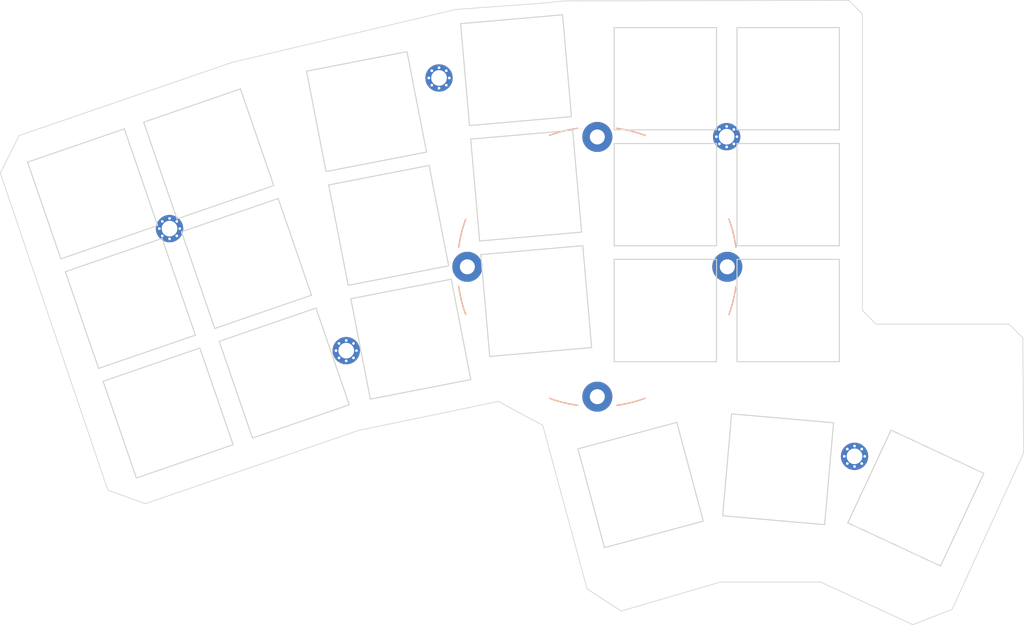
<source format=kicad_pcb>
(kicad_pcb (version 20211014) (generator pcbnew)
  (title_block (title "Mankoffskey"))
  (layers (0 "F.Cu" signal) (31 "B.Cu" signal) (34 "B.Paste" user) (35 "F.Paste" user) (36 "B.SilkS" user "B.Silkscreen") (37 "F.SilkS" user "F.Silkscreen") (38 "B.Mask" user) (39 "F.Mask" user) (44 "Edge.Cuts" user))
  (net 0 "")
  (footprint "smores:switch-cutout" (layer "F.Cu") (at 146.191488 94.611708 5)
    (fp_text reference "SW12" hide)
    (fp_text value "SW_Push" hide)
    (fp_line (start -7.5 7.5) (end -7.5 -7.5) (layer "Edge.Cuts") (width 0.15))
    (fp_line (start -7.5 -7.5) (end 7.5 -7.5) (layer "Edge.Cuts") (width 0.15))
    (fp_line (start 7.5 7.5) (end -7.5 7.5) (layer "Edge.Cuts") (width 0.15))
    (fp_line (start 7.5 -7.5) (end 7.5 7.5) (layer "Edge.Cuts") (width 0.15))
  )
  (footprint "smores:switch-cutout" (layer "F.Cu") (at 81.164329 78.885322 19)
    (fp_text reference "SW1" hide)
    (fp_text value "SW_Push" hide)
    (fp_line (start 7.5 -7.5) (end 7.5 7.5) (layer "Edge.Cuts") (width 0.15))
    (fp_line (start -7.5 7.5) (end -7.5 -7.5) (layer "Edge.Cuts") (width 0.15))
    (fp_line (start -7.5 -7.5) (end 7.5 -7.5) (layer "Edge.Cuts") (width 0.15))
    (fp_line (start 7.5 7.5) (end -7.5 7.5) (layer "Edge.Cuts") (width 0.15))
  )
  (footprint "smores:switch-cutout" (layer "F.Cu") (at 201.820232 123.512001 65)
    (fp_text reference "SW21" hide)
    (fp_text value "SW_Push" hide)
    (fp_line (start -7.5 7.5) (end -7.5 -7.5) (layer "Edge.Cuts") (width 0.15))
    (fp_line (start -7.5 -7.5) (end 7.5 -7.5) (layer "Edge.Cuts") (width 0.15))
    (fp_line (start 7.5 7.5) (end -7.5 7.5) (layer "Edge.Cuts") (width 0.15))
    (fp_line (start 7.5 -7.5) (end 7.5 7.5) (layer "Edge.Cuts") (width 0.15))
  )
  (footprint "smores:switch-cutout" (layer "F.Cu") (at 124.559035 83.511247 11)
    (fp_text reference "SW8" hide)
    (fp_text value "SW_Push" hide)
    (fp_line (start 7.5 7.5) (end -7.5 7.5) (layer "Edge.Cuts") (width 0.15))
    (fp_line (start -7.5 7.5) (end -7.5 -7.5) (layer "Edge.Cuts") (width 0.15))
    (fp_line (start -7.5 -7.5) (end 7.5 -7.5) (layer "Edge.Cuts") (width 0.15))
    (fp_line (start 7.5 -7.5) (end 7.5 7.5) (layer "Edge.Cuts") (width 0.15))
  )
  (footprint "smores:switch-cutout" (layer "F.Cu") (at 181.642671 119.287203 -5)
    (fp_text reference "SW20" hide)
    (fp_text value "SW_Push" hide)
    (fp_line (start 7.5 -7.5) (end 7.5 7.5) (layer "Edge.Cuts") (width 0.15))
    (fp_line (start 7.5 7.5) (end -7.5 7.5) (layer "Edge.Cuts") (width 0.15))
    (fp_line (start -7.5 7.5) (end -7.5 -7.5) (layer "Edge.Cuts") (width 0.15))
    (fp_line (start -7.5 -7.5) (end 7.5 -7.5) (layer "Edge.Cuts") (width 0.15))
  )
  (footprint "smores:switch-cutout" (layer "F.Cu") (at 183.118322 78.998909)
    (fp_text reference "SW17" hide)
    (fp_text value "SW_Push" hide)
    (fp_line (start -7.5 7.5) (end -7.5 -7.5) (layer "Edge.Cuts") (width 0.15))
    (fp_line (start -7.5 -7.5) (end 7.5 -7.5) (layer "Edge.Cuts") (width 0.15))
    (fp_line (start 7.5 7.5) (end -7.5 7.5) (layer "Edge.Cuts") (width 0.15))
    (fp_line (start 7.5 -7.5) (end 7.5 7.5) (layer "Edge.Cuts") (width 0.15))
  )
  (footprint "smores:switch-cutout" (layer "F.Cu") (at 98.183664 73.025094 19)
    (fp_text reference "SW4" hide)
    (fp_text value "SW_Push" hide)
    (fp_line (start -7.5 -7.5) (end 7.5 -7.5) (layer "Edge.Cuts") (width 0.15))
    (fp_line (start 7.5 7.5) (end -7.5 7.5) (layer "Edge.Cuts") (width 0.15))
    (fp_line (start -7.5 7.5) (end -7.5 -7.5) (layer "Edge.Cuts") (width 0.15))
    (fp_line (start 7.5 -7.5) (end 7.5 7.5) (layer "Edge.Cuts") (width 0.15))
  )
  (footprint "smores:switch-cutout" (layer "F.Cu") (at 103.718322 89.098908 19)
    (fp_text reference "SW5" hide)
    (fp_text value "SW_Push" hide)
    (fp_line (start 7.5 7.5) (end -7.5 7.5) (layer "Edge.Cuts") (width 0.15))
    (fp_line (start 7.5 -7.5) (end 7.5 7.5) (layer "Edge.Cuts") (width 0.15))
    (fp_line (start -7.5 7.5) (end -7.5 -7.5) (layer "Edge.Cuts") (width 0.15))
    (fp_line (start -7.5 -7.5) (end 7.5 -7.5) (layer "Edge.Cuts") (width 0.15))
  )
  (footprint "smores:switch-cutout" (layer "F.Cu") (at 86.698989 94.959137 19)
    (fp_text reference "SW2" hide)
    (fp_text value "SW_Push" hide)
    (fp_line (start 7.5 -7.5) (end 7.5 7.5) (layer "Edge.Cuts") (width 0.15))
    (fp_line (start 7.5 7.5) (end -7.5 7.5) (layer "Edge.Cuts") (width 0.15))
    (fp_line (start -7.5 -7.5) (end 7.5 -7.5) (layer "Edge.Cuts") (width 0.15))
    (fp_line (start -7.5 7.5) (end -7.5 -7.5) (layer "Edge.Cuts") (width 0.15))
  )
  (footprint "smores:switch-cutout" (layer "F.Cu") (at 144.709839 77.676398 5)
    (fp_text reference "SW11" hide)
    (fp_text value "SW_Push" hide)
    (fp_line (start -7.5 -7.5) (end 7.5 -7.5) (layer "Edge.Cuts") (width 0.15))
    (fp_line (start -7.5 7.5) (end -7.5 -7.5) (layer "Edge.Cuts") (width 0.15))
    (fp_line (start 7.5 7.5) (end -7.5 7.5) (layer "Edge.Cuts") (width 0.15))
    (fp_line (start 7.5 -7.5) (end 7.5 7.5) (layer "Edge.Cuts") (width 0.15))
  )
  (footprint "smores:m2-hole" (layer "F.Cu") (at 118.342671 101.887203)
    (fp_text reference "Ref**" hide)
    (fp_text value "Val**" hide)
    (pad "1" thru_hole circle (at -1.06 1.06) (size 0.5 0.5) (drill 0.4) (layers *.Cu *.Mask))
    (pad "1" thru_hole circle (at 1.06 1.06) (size 0.5 0.5) (drill 0.4) (layers *.Cu *.Mask))
    (pad "1" thru_hole circle (at -1.06 -1.06) (size 0.5 0.5) (drill 0.4) (layers *.Cu *.Mask))
    (pad "1" thru_hole circle (at 1.5 0) (size 0.5 0.5) (drill 0.4) (layers *.Cu *.Mask))
    (pad "1" thru_hole circle (at 0 0) (size 4 4) (drill 2.3) (layers *.Cu *.Mask))
    (pad "1" thru_hole circle (at -1.5 0) (size 0.5 0.5) (drill 0.4) (layers *.Cu *.Mask))
    (pad "1" thru_hole circle (at 1.06 -1.06) (size 0.5 0.5) (drill 0.4) (layers *.Cu *.Mask))
    (pad "1" thru_hole circle (at 0 -1.5) (size 0.5 0.5) (drill 0.4) (layers *.Cu *.Mask))
    (pad "1" thru_hole circle (at 0 1.5) (size 0.5 0.5) (drill 0.4) (layers *.Cu *.Mask))
  )
  (footprint "smores:switch-cutout" (layer "F.Cu") (at 165.118322 78.998907)
    (fp_text reference "SW14" hide)
    (fp_text value "SW_Push" hide)
    (fp_line (start -7.5 7.5) (end -7.5 -7.5) (layer "Edge.Cuts") (width 0.15))
    (fp_line (start -7.5 -7.5) (end 7.5 -7.5) (layer "Edge.Cuts") (width 0.15))
    (fp_line (start 7.5 -7.5) (end 7.5 7.5) (layer "Edge.Cuts") (width 0.15))
    (fp_line (start 7.5 7.5) (end -7.5 7.5) (layer "Edge.Cuts") (width 0.15))
  )
  (footprint "smores:switch-cutout" (layer "F.Cu") (at 165.118323 61.998909)
    (fp_text reference "SW13" hide)
    (fp_text value "SW_Push" hide)
    (fp_line (start -7.5 -7.5) (end 7.5 -7.5) (layer "Edge.Cuts") (width 0.15))
    (fp_line (start 7.5 -7.5) (end 7.5 7.5) (layer "Edge.Cuts") (width 0.15))
    (fp_line (start 7.5 7.5) (end -7.5 7.5) (layer "Edge.Cuts") (width 0.15))
    (fp_line (start -7.5 7.5) (end -7.5 -7.5) (layer "Edge.Cuts") (width 0.15))
  )
  (footprint "smores:switch-cutout" (layer "F.Cu") (at 121.315281 66.823584 11)
    (fp_text reference "SW7" hide)
    (fp_text value "SW_Push" hide)
    (fp_line (start -7.5 7.5) (end -7.5 -7.5) (layer "Edge.Cuts") (width 0.15))
    (fp_line (start 7.5 -7.5) (end 7.5 7.5) (layer "Edge.Cuts") (width 0.15))
    (fp_line (start -7.5 -7.5) (end 7.5 -7.5) (layer "Edge.Cuts") (width 0.15))
    (fp_line (start 7.5 7.5) (end -7.5 7.5) (layer "Edge.Cuts") (width 0.15))
  )
  (footprint "smores:switch-cutout" (layer "F.Cu") (at 92.233647 111.032952 19)
    (fp_text reference "SW3" hide)
    (fp_text value "SW_Push" hide)
    (fp_line (start 7.5 -7.5) (end 7.5 7.5) (layer "Edge.Cuts") (width 0.15))
    (fp_line (start -7.5 -7.5) (end 7.5 -7.5) (layer "Edge.Cuts") (width 0.15))
    (fp_line (start 7.5 7.5) (end -7.5 7.5) (layer "Edge.Cuts") (width 0.15))
    (fp_line (start -7.5 7.5) (end -7.5 -7.5) (layer "Edge.Cuts") (width 0.15))
  )
  (footprint "smores:switch-cutout" (layer "F.Cu") (at 183.118321 95.998909)
    (fp_text reference "SW18" hide)
    (fp_text value "SW_Push" hide)
    (fp_line (start 7.5 7.5) (end -7.5 7.5) (layer "Edge.Cuts") (width 0.15))
    (fp_line (start -7.5 -7.5) (end 7.5 -7.5) (layer "Edge.Cuts") (width 0.15))
    (fp_line (start -7.5 7.5) (end -7.5 -7.5) (layer "Edge.Cuts") (width 0.15))
    (fp_line (start 7.5 -7.5) (end 7.5 7.5) (layer "Edge.Cuts") (width 0.15))
  )
  (footprint "smores:m2-hole" (layer "F.Cu") (at 192.842671 117.387203)
    (fp_text reference "Ref**" hide)
    (fp_text value "Val**" hide)
    (pad "1" thru_hole circle (at 1.06 1.06) (size 0.5 0.5) (drill 0.4) (layers *.Cu *.Mask))
    (pad "1" thru_hole circle (at 1.5 0) (size 0.5 0.5) (drill 0.4) (layers *.Cu *.Mask))
    (pad "1" thru_hole circle (at 0 1.5) (size 0.5 0.5) (drill 0.4) (layers *.Cu *.Mask))
    (pad "1" thru_hole circle (at -1.06 1.06) (size 0.5 0.5) (drill 0.4) (layers *.Cu *.Mask))
    (pad "1" thru_hole circle (at -1.5 0) (size 0.5 0.5) (drill 0.4) (layers *.Cu *.Mask))
    (pad "1" thru_hole circle (at 0 0) (size 4 4) (drill 2.3) (layers *.Cu *.Mask))
    (pad "1" thru_hole circle (at -1.06 -1.06) (size 0.5 0.5) (drill 0.4) (layers *.Cu *.Mask))
    (pad "1" thru_hole circle (at 0 -1.5) (size 0.5 0.5) (drill 0.4) (layers *.Cu *.Mask))
    (pad "1" thru_hole circle (at 1.06 -1.06) (size 0.5 0.5) (drill 0.4) (layers *.Cu *.Mask))
  )
  (footprint "smores:switch-cutout" (layer "F.Cu") (at 143.228194 60.741088 5)
    (fp_text reference "SW10" hide)
    (fp_text value "SW_Push" hide)
    (fp_line (start 7.5 7.5) (end -7.5 7.5) (layer "Edge.Cuts") (width 0.15))
    (fp_line (start -7.5 -7.5) (end 7.5 -7.5) (layer "Edge.Cuts") (width 0.15))
    (fp_line (start 7.5 -7.5) (end 7.5 7.5) (layer "Edge.Cuts") (width 0.15))
    (fp_line (start -7.5 7.5) (end -7.5 -7.5) (layer "Edge.Cuts") (width 0.15))
  )
  (footprint "smores:switch-cutout" (layer "F.Cu") (at 165.118322 95.998909)
    (fp_text reference "SW15" hide)
    (fp_text value "SW_Push" hide)
    (fp_line (start 7.5 -7.5) (end 7.5 7.5) (layer "Edge.Cuts") (width 0.15))
    (fp_line (start 7.5 7.5) (end -7.5 7.5) (layer "Edge.Cuts") (width 0.15))
    (fp_line (start -7.5 7.5) (end -7.5 -7.5) (layer "Edge.Cuts") (width 0.15))
    (fp_line (start -7.5 -7.5) (end 7.5 -7.5) (layer "Edge.Cuts") (width 0.15))
  )
  (footprint "smores:switch-cutout" (layer "F.Cu") (at 183.118322 61.998908)
    (fp_text reference "SW16" hide)
    (fp_text value "SW_Push" hide)
    (fp_line (start -7.5 7.5) (end -7.5 -7.5) (layer "Edge.Cuts") (width 0.15))
    (fp_line (start -7.5 -7.5) (end 7.5 -7.5) (layer "Edge.Cuts") (width 0.15))
    (fp_line (start 7.5 -7.5) (end 7.5 7.5) (layer "Edge.Cuts") (width 0.15))
    (fp_line (start 7.5 7.5) (end -7.5 7.5) (layer "Edge.Cuts") (width 0.15))
  )
  (footprint "smores:switch-cutout" (layer "F.Cu") (at 161.488693 121.593003 105)
    (fp_text reference "SW19" hide)
    (fp_text value "SW_Push" hide)
    (fp_line (start 7.5 -7.5) (end 7.5 7.5) (layer "Edge.Cuts") (width 0.15))
    (fp_line (start -7.5 -7.5) (end 7.5 -7.5) (layer "Edge.Cuts") (width 0.15))
    (fp_line (start 7.5 7.5) (end -7.5 7.5) (layer "Edge.Cuts") (width 0.15))
    (fp_line (start -7.5 7.5) (end -7.5 -7.5) (layer "Edge.Cuts") (width 0.15))
  )
  (footprint "smores:m2-hole" (layer "F.Cu") (at 174.1 70.5)
    (fp_text reference "Ref**" hide)
    (fp_text value "Val**" hide)
    (pad "1" thru_hole circle (at 0 -1.5) (size 0.5 0.5) (drill 0.4) (layers *.Cu *.Mask))
    (pad "1" thru_hole circle (at 0 0) (size 4 4) (drill 2.3) (layers *.Cu *.Mask))
    (pad "1" thru_hole circle (at 1.06 1.06) (size 0.5 0.5) (drill 0.4) (layers *.Cu *.Mask))
    (pad "1" thru_hole circle (at -1.5 0) (size 0.5 0.5) (drill 0.4) (layers *.Cu *.Mask))
    (pad "1" thru_hole circle (at 1.06 -1.06) (size 0.5 0.5) (drill 0.4) (layers *.Cu *.Mask))
    (pad "1" thru_hole circle (at 0 1.5) (size 0.5 0.5) (drill 0.4) (layers *.Cu *.Mask))
    (pad "1" thru_hole circle (at -1.06 -1.06) (size 0.5 0.5) (drill 0.4) (layers *.Cu *.Mask))
    (pad "1" thru_hole circle (at -1.06 1.06) (size 0.5 0.5) (drill 0.4) (layers *.Cu *.Mask))
    (pad "1" thru_hole circle (at 1.5 0) (size 0.5 0.5) (drill 0.4) (layers *.Cu *.Mask))
  )
  (footprint "smores:tenting-puck" (layer "F.Cu") (at 155.142671 89.587203)
    (fp_text reference "REF**" hide)
    (fp_text value "Tenting Puck" hide)
    (fp_arc (start 20.32 2.8575) (mid 19.91151 4.959786) (end 19.286134 7.008048) (layer "B.SilkS") (width 0.2))
    (fp_arc (start -2.8575 20.32) (mid -4.959785 19.91151) (end -7.008045 19.286135) (layer "B.SilkS") (width 0.2))
    (fp_arc (start -7.008046 -19.286135) (mid -4.959785 -19.91151) (end -2.8575 -20.32) (layer "B.SilkS") (width 0.2))
    (fp_arc (start -20.32 -2.8575) (mid -19.91151 -4.959784) (end -19.286136 -7.008044) (layer "B.SilkS") (width 0.2))
    (fp_arc (start 2.8575 -20.32) (mid 4.959787 -19.91151) (end 7.008049 -19.286134) (layer "B.SilkS") (width 0.2))
    (fp_arc (start -19.286135 7.008046) (mid -19.91151 4.959785) (end -20.32 2.8575) (layer "B.SilkS") (width 0.2))
    (fp_arc (start 7.008045 19.286135) (mid 4.959785 19.91151) (end 2.8575 20.32) (layer "B.SilkS") (width 0.2))
    (fp_arc (start 19.286134 -7.008048) (mid 19.91151 -4.959786) (end 20.32 -2.8575) (layer "B.SilkS") (width 0.2))
    (fp_arc (start -2.8575 20.32) (mid -4.959785 19.91151) (end -7.008046 19.286135) (layer "F.SilkS") (width 0.2))
    (fp_arc (start 7.008047 19.286134) (mid 4.959786 19.91151) (end 2.8575 20.32) (layer "F.SilkS") (width 0.2))
    (fp_arc (start 2.8575 -20.32) (mid 4.959786 -19.91151) (end 7.008047 -19.286134) (layer "F.SilkS") (width 0.2))
    (fp_arc (start 20.32 2.8575) (mid 19.91151 4.959785) (end 19.286135 7.008046) (layer "F.SilkS") (width 0.2))
    (fp_arc (start 19.286135 -7.008045) (mid 19.91151 -4.959785) (end 20.32 -2.8575) (layer "F.SilkS") (width 0.2))
    (fp_arc (start -19.286134 7.008047) (mid -19.91151 4.959786) (end -20.32 2.8575) (layer "F.SilkS") (width 0.2))
    (fp_arc (start -7.008048 -19.286134) (mid -4.959786 -19.91151) (end -2.8575 -20.32) (layer "F.SilkS") (width 0.2))
    (fp_arc (start -20.32 -2.8575) (mid -19.91151 -4.959786) (end -19.286134 -7.008048) (layer "F.SilkS") (width 0.2))
    (pad "1" thru_hole circle (at 0 -19.05) (size 4.4 4.4) (drill 2.2) (layers *.Cu *.Mask))
    (pad "1" thru_hole circle (at 19.05 0) (size 4.4 4.4) (drill 2.2) (layers *.Cu *.Mask))
    (pad "1" thru_hole circle (at -19.05 0) (size 4.4 4.4) (drill 2.2) (layers *.Cu *.Mask))
    (pad "1" thru_hole circle (at 0 19.05) (size 4.4 4.4) (drill 2.2) (layers *.Cu *.Mask))
  )
  (footprint "smores:m2-hole" (layer "F.Cu") (at 92.442671 83.987203)
    (fp_text reference "Ref**" hide)
    (fp_text value "Val**" hide)
    (pad "1" thru_hole circle (at -1.5 0) (size 0.5 0.5) (drill 0.4) (layers *.Cu *.Mask))
    (pad "1" thru_hole circle (at -1.06 1.06) (size 0.5 0.5) (drill 0.4) (layers *.Cu *.Mask))
    (pad "1" thru_hole circle (at 0 0) (size 4 4) (drill 2.3) (layers *.Cu *.Mask))
    (pad "1" thru_hole circle (at 1.06 -1.06) (size 0.5 0.5) (drill 0.4) (layers *.Cu *.Mask))
    (pad "1" thru_hole circle (at -1.06 -1.06) (size 0.5 0.5) (drill 0.4) (layers *.Cu *.Mask))
    (pad "1" thru_hole circle (at 0 1.5) (size 0.5 0.5) (drill 0.4) (layers *.Cu *.Mask))
    (pad "1" thru_hole circle (at 1.5 0) (size 0.5 0.5) (drill 0.4) (layers *.Cu *.Mask))
    (pad "1" thru_hole circle (at 0 -1.5) (size 0.5 0.5) (drill 0.4) (layers *.Cu *.Mask))
    (pad "1" thru_hole circle (at 1.06 1.06) (size 0.5 0.5) (drill 0.4) (layers *.Cu *.Mask))
  )
  (footprint "smores:m2-hole" (layer "F.Cu") (at 131.942671 61.887203)
    (fp_text reference "Ref**" hide)
    (fp_text value "Val**" hide)
    (pad "1" thru_hole circle (at -1.06 -1.06) (size 0.5 0.5) (drill 0.4) (layers *.Cu *.Mask))
    (pad "1" thru_hole circle (at 0 0) (size 4 4) (drill 2.3) (layers *.Cu *.Mask))
    (pad "1" thru_hole circle (at 1.06 -1.06) (size 0.5 0.5) (drill 0.4) (layers *.Cu *.Mask))
    (pad "1" thru_hole circle (at 1.06 1.06) (size 0.5 0.5) (drill 0.4) (layers *.Cu *.Mask))
    (pad "1" thru_hole circle (at 1.5 0) (size 0.5 0.5) (drill 0.4) (layers *.Cu *.Mask))
    (pad "1" thru_hole circle (at -1.5 0) (size 0.5 0.5) (drill 0.4) (layers *.Cu *.Mask))
    (pad "1" thru_hole circle (at 0 1.5) (size 0.5 0.5) (drill 0.4) (layers *.Cu *.Mask))
    (pad "1" thru_hole circle (at -1.06 1.06) (size 0.5 0.5) (drill 0.4) (layers *.Cu *.Mask))
    (pad "1" thru_hole circle (at 0 -1.5) (size 0.5 0.5) (drill 0.4) (layers *.Cu *.Mask))
  )
  (footprint "smores:switch-cutout" (layer "F.Cu") (at 127.802787 100.198908 11)
    (fp_text reference "SW9" hide)
    (fp_text value "SW_Push" hide)
    (fp_line (start -7.5 7.5) (end -7.5 -7.5) (layer "Edge.Cuts") (width 0.15))
    (fp_line (start 7.5 -7.5) (end 7.5 7.5) (layer "Edge.Cuts") (width 0.15))
    (fp_line (start -7.5 -7.5) (end 7.5 -7.5) (layer "Edge.Cuts") (width 0.15))
    (fp_line (start 7.5 7.5) (end -7.5 7.5) (layer "Edge.Cuts") (width 0.15))
  )
  (footprint "smores:switch-cutout" (layer "F.Cu") (at 109.252981 105.172726 19)
    (fp_text reference "SW6" hide)
    (fp_text value "SW_Push" hide)
    (fp_line (start -7.5 7.5) (end -7.5 -7.5) (layer "Edge.Cuts") (width 0.15))
    (fp_line (start 7.5 -7.5) (end 7.5 7.5) (layer "Edge.Cuts") (width 0.15))
    (fp_line (start -7.5 -7.5) (end 7.5 -7.5) (layer "Edge.Cuts") (width 0.15))
    (fp_line (start 7.5 7.5) (end -7.5 7.5) (layer "Edge.Cuts") (width 0.15))
  )
  (gr_line (start 192 50.5) (end 151.642671 50.587203) (layer "Edge.Cuts") (width 0.1))
  (gr_line (start 217.5 100) (end 217.642671 116.837203) (layer "Edge.Cuts") (width 0.1))
  (gr_line (start 67.642671 75.837203) (end 83.392671 122.337203) (layer "Edge.Cuts") (width 0.1))
  (gr_line (start 120.142671 113.587203) (end 140.642671 109.337203) (layer "Edge.Cuts") (width 0.1))
  (gr_line (start 201.392671 142.087203) (end 187.892671 135.837203) (layer "Edge.Cuts") (width 0.1))
  (gr_line (start 70.392671 70.337203) (end 101.642671 59.587203) (layer "Edge.Cuts") (width 0.1))
  (gr_line (start 148.142671 50.837203) (end 134.392671 51.837203) (layer "Edge.Cuts") (width 0.1))
  (gr_line (start 101.642671 59.587203) (end 134.392671 51.837203) (layer "Edge.Cuts") (width 0.1))
  (gr_line (start 120.142671 113.587203) (end 88.892671 124.337203) (layer "Edge.Cuts") (width 0.1))
  (gr_line (start 153.642671 136.837203) (end 147.142671 112.837203) (layer "Edge.Cuts") (width 0.1))
  (gr_line (start 215.5 98) (end 217.5 100) (layer "Edge.Cuts") (width 0.1))
  (gr_line (start 196 98) (end 194 96) (layer "Edge.Cuts") (width 0.1))
  (gr_line (start 207.142671 139.837203) (end 217.642671 116.837203) (layer "Edge.Cuts") (width 0.1))
  (gr_line (start 70.392671 70.337203) (end 67.642671 75.837203) (layer "Edge.Cuts") (width 0.1))
  (gr_line (start 194 96) (end 194 52.5) (layer "Edge.Cuts") (width 0.1))
  (gr_line (start 158.642671 140.087203) (end 153.642671 136.837203) (layer "Edge.Cuts") (width 0.1))
  (gr_line (start 194 52.5) (end 192 50.5) (layer "Edge.Cuts") (width 0.1))
  (gr_line (start 201.392671 142.087203) (end 207.142671 139.837203) (layer "Edge.Cuts") (width 0.1))
  (gr_line (start 173.142671 135.837203) (end 187.892671 135.837203) (layer "Edge.Cuts") (width 0.1))
  (gr_line (start 215.5 98) (end 196 98) (layer "Edge.Cuts") (width 0.1))
  (gr_arc (start 148.142671 50.837203) (mid 149.88606 50.619655) (end 151.642671 50.587203) (layer "Edge.Cuts") (width 0.1))
  (gr_line (start 173.142671 135.837203) (end 158.642671 140.087203) (layer "Edge.Cuts") (width 0.1))
  (gr_line (start 140.642671 109.337203) (end 147.142671 112.837203) (layer "Edge.Cuts") (width 0.1))
  (gr_line (start 88.892671 124.337203) (end 83.392671 122.337203) (layer "Edge.Cuts") (width 0.1))
)
</source>
